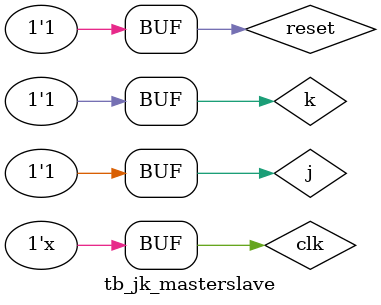
<source format=v>
module SR_LATCH_gated_nand (
    inout q,qb,input en,s,r
);
    wire s1,r1;
    and(s1,en,s);
    and(r1,en,r);
    nand(qb,r1,q);
    nand(q,s1,qb); 
    // nor(qb, s1, q);
    // nor(q, r1, qb);
    // assign q =  s | ((~r)&q); //
    // assign qb=  ~q ;
endmodule //JK_MASTER_SLAVE

module JK_MASTER_SLAVE (
    output q,qb,input clk,reset,j,k //active high reset
);
    wire j1,k1,j2,k2;
    and(j1,j,qb); //j input of 1st latch
    and(r1,r,q); // r input of 1st latch
    not(clknot,clk);
    assign j2= reset ? 0:j1;
    assign k2= reset ? 1:k1;
    SR_LATCH_gated_nand  master(Mq,Mqb,clk,j2,k2);
    SR_LATCH_gated_nand slave(q,qb,clknot,Mq,Mqb);
endmodule //JK_MASTER_SLAVE

// module JK_MASTER_SLAVE (
//     output q,qb,input clk,reset,j,k //active low reset
// );
//     wire j1,r1,j2,k2;
//     and(j1,j,qb); //j input of 1st latch
//     and(r1,r,q); // r input of 1st latch
//     not(clknot,clk);
//     assign j2= !reset ? 0:j1;
//     assign k2= !reset ? 1:k1;
//     SR_LATCH_gated_nand master(Mq,Mqb,clk,j2,k2);
//     SR_LATCH_gated_nand  slave(q,qb,clknot,Mq,Mqb);
// endmodule //JK_MASTER_SLAVE

module tb_jk_masterslave (
);
    reg j,k,clk,reset;
    wire q,qb;

    initial begin
        #5;
        clk=0;
        reset=0;
        j=0;k=0;#50;
        j=0;k=1;#50;
        j=1;k=0;#50;
        j=1;k=1;#50;
    end
    always #10 clk=~clk;
    initial #300 reset=1;

    JK_MASTER_SLAVE a1(q,qb,clk,reset,j,k);
endmodule

</source>
